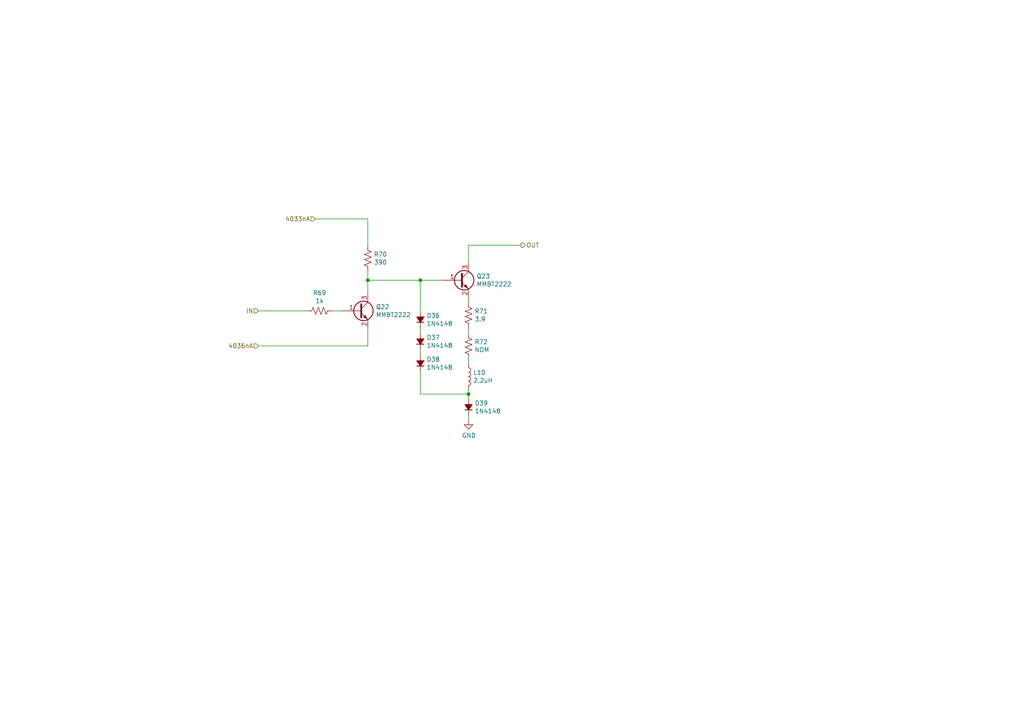
<source format=kicad_sch>
(kicad_sch (version 20211123) (generator eeschema)
  (paper "A4")
  (lib_symbols
    (symbol "Device:D_Small_Filled" (pin_numbers hide) (pin_names (offset 0.254) hide)
      (property "Reference" "D" (at -1.27 2.032 0))
      (property "Value" "D_Small_Filled" (at -3.81 -2.032 0))
      (symbol "D_Small_Filled_0_1"
        (polyline (pts (xy -0.762 -1.016) (xy -0.762 1.016)) (stroke (width 0.254)))
        (polyline (pts (xy -0.762 0) (xy 0.762 0)))
        (polyline (pts (xy 0.762 -1.016) (xy -0.762 0) (xy 0.762 1.016) (xy 0.762 -1.016)) (stroke (width 0.254)) (fill (type outline)))
      )
      (symbol "D_Small_Filled_1_1"
        (pin passive line (at -2.54 0 0) (length 1.778) (name "K") (number "1"))
        (pin passive line (at 2.54 0 180) (length 1.778) (name "A") (number "2"))
      )
    )
    (symbol "Device:L" (pin_numbers hide) (pin_names (offset 1.016) hide)
      (property "Reference" "L" (at -1.27 0 90))
      (property "Value" "L" (at 1.905 0 90))
      (symbol "L_0_1"
        (arc (start 0 -2.54) (mid 0.635 -1.905) (end 0 -1.27))
        (arc (start 0 -1.27) (mid 0.635 -0.635) (end 0 0))
        (arc (start 0 0) (mid 0.635 0.635) (end 0 1.27))
        (arc (start 0 1.27) (mid 0.635 1.905) (end 0 2.54))
      )
      (symbol "L_1_1"
        (pin passive line (at 0 3.81 270) (length 1.27) (name "1") (number "1"))
        (pin passive line (at 0 -3.81 90) (length 1.27) (name "2") (number "2"))
      )
    )
    (symbol "Device:Q_NPN_BEC" (pin_names (offset 0) hide)
      (property "Reference" "Q" (at 5.08 1.27 0))
      (property "Value" "Q_NPN_BEC" (at 5.08 -1.27 0))
      (symbol "Q_NPN_BEC_0_1"
        (polyline (pts (xy 0.635 0.635) (xy 2.54 2.54)))
        (polyline (pts (xy 0.635 -0.635) (xy 2.54 -2.54) (xy 2.54 -2.54)))
        (polyline (pts (xy 0.635 1.905) (xy 0.635 -1.905) (xy 0.635 -1.905)) (stroke (width 0.508)))
        (polyline (pts (xy 1.27 -1.778) (xy 1.778 -1.27) (xy 2.286 -2.286) (xy 1.27 -1.778) (xy 1.27 -1.778)) (fill (type outline)))
        (circle (center 1.27 0) (radius 2.8194) (stroke (width 0.254)))
      )
      (symbol "Q_NPN_BEC_1_1"
        (pin input line (at -5.08 0 0) (length 5.715) (name "B") (number "1"))
        (pin passive line (at 2.54 -5.08 90) (length 2.54) (name "E") (number "2"))
        (pin passive line (at 2.54 5.08 270) (length 2.54) (name "C") (number "3"))
      )
    )
    (symbol "Device:R_US" (pin_numbers hide) (pin_names (offset 0))
      (property "Reference" "R" (at 2.54 0 90))
      (property "Value" "R_US" (at -2.54 0 90))
      (symbol "R_US_0_1"
        (polyline (pts (xy 0 -2.286) (xy 0 -2.54)))
        (polyline (pts (xy 0 2.286) (xy 0 2.54)))
        (polyline (pts (xy 0 -0.762) (xy 1.016 -1.143) (xy 0 -1.524) (xy -1.016 -1.905) (xy 0 -2.286)))
        (polyline (pts (xy 0 0.762) (xy 1.016 0.381) (xy 0 0) (xy -1.016 -0.381) (xy 0 -0.762)))
        (polyline (pts (xy 0 2.286) (xy 1.016 1.905) (xy 0 1.524) (xy -1.016 1.143) (xy 0 0.762)))
      )
      (symbol "R_US_1_1"
        (pin passive line (at 0 3.81 270) (length 1.27) (name "~") (number "1"))
        (pin passive line (at 0 -3.81 90) (length 1.27) (name "~") (number "2"))
      )
    )
    (symbol "power:GND" (power) (pin_names (offset 0))
      (property "Value" "GND" (at 0 -3.81 0))
      (symbol "GND_0_1"
        (polyline (pts (xy 0 0) (xy 0 -1.27) (xy 1.27 -1.27) (xy 0 -2.54) (xy -1.27 -1.27) (xy 0 -1.27)))
      )
      (symbol "GND_1_1"
        (pin power_in line (at 0 0 270) (length 0) hide (name "GND") (number "1"))
      )
    )
  )
  (junction (at 106.68 81.28))
  (junction (at 121.92 81.28))
  (junction (at 135.89 114.3))
  (wire (pts (xy 91.44 63.5) (xy 106.68 63.5)))
  (wire (pts (xy 106.68 81.28) (xy 106.68 85.09)))
  (wire (pts (xy 135.89 71.12) (xy 135.89 76.2)))
  (wire (pts (xy 106.68 100.33) (xy 74.93 100.33)))
  (wire (pts (xy 121.92 81.28) (xy 121.92 90.17)))
  (wire (pts (xy 135.89 96.52) (xy 135.89 95.25)))
  (wire (pts (xy 121.92 101.6) (xy 121.92 102.87)))
  (wire (pts (xy 121.92 81.28) (xy 128.27 81.28)))
  (wire (pts (xy 135.89 105.41) (xy 135.89 104.14)))
  (wire (pts (xy 121.92 114.3) (xy 135.89 114.3)))
  (wire (pts (xy 106.68 78.74) (xy 106.68 81.28)))
  (wire (pts (xy 135.89 120.65) (xy 135.89 121.92)))
  (wire (pts (xy 106.68 81.28) (xy 121.92 81.28)))
  (wire (pts (xy 151.13 71.12) (xy 135.89 71.12)))
  (wire (pts (xy 106.68 95.25) (xy 106.68 100.33)))
  (wire (pts (xy 96.52 90.17) (xy 99.06 90.17)))
  (wire (pts (xy 135.89 86.36) (xy 135.89 87.63)))
  (wire (pts (xy 121.92 107.95) (xy 121.92 114.3)))
  (wire (pts (xy 135.89 114.3) (xy 135.89 113.03)))
  (wire (pts (xy 121.92 95.25) (xy 121.92 96.52)))
  (wire (pts (xy 135.89 114.3) (xy 135.89 115.57)))
  (wire (pts (xy 106.68 63.5) (xy 106.68 71.12)))
  (wire (pts (xy 74.93 90.17) (xy 88.9 90.17)))
  (hierarchical_label "IN" (shape input) (at 74.93 90.17 180))
  (hierarchical_label "4036nA" (shape input) (at 74.93 100.33 180))
  (hierarchical_label "4033nA" (shape input) (at 91.44 63.5 180))
  (hierarchical_label "OUT" (shape output) (at 151.13 71.12 0))
  (symbol (lib_id "Device:R_US") (at 92.71 90.17 270)
    (property "Reference" "R69" (at 92.71 84.963 90))
    (property "Value" "1k" (at 92.71 87.2744 90))
    (property "Footprint" "Resistor_SMD:R_0603_1608Metric" (effects hide))
  )
  (symbol (lib_id "Device:Q_NPN_BEC") (at 104.14 90.17 0)
    (property "Reference" "Q22" (at 108.9914 89.0016 0) (effects (justify left)))
    (property "Value" "MMBT2222" (at 108.9914 91.313 0) (effects (justify left)))
    (property "Footprint" "Package_TO_SOT_SMD:SOT-23" (effects hide))
    (property "Digikey" "https://www.digikey.com/en/products/detail/MMBT2222A-G/641-1942-1-ND/9477875" (effects hide))
    (property "Part Number" "MMBT2222A-G" (effects hide))
  )
  (symbol (lib_id "Device:D_Small_Filled") (at 121.92 105.41 90)
    (property "Reference" "D38" (at 123.698 104.2416 90) (effects (justify right)))
    (property "Value" "1N4148" (at 123.698 106.553 90) (effects (justify right)))
    (property "Footprint" "Diode_SMD:D_SOD-323" (effects hide))
    (property "Part Number" "1N4148WSTR" (effects hide))
    (property "Digikey" "https://www.digikey.com/en/products/detail/smc-diode-solutions/1N4148WSTR/6022449" (effects hide))
  )
  (symbol (lib_id "Device:D_Small_Filled") (at 121.92 99.06 90)
    (property "Reference" "D37" (at 123.698 97.8916 90) (effects (justify right)))
    (property "Value" "1N4148" (at 123.698 100.203 90) (effects (justify right)))
    (property "Footprint" "Diode_SMD:D_SOD-323" (effects hide))
    (property "Part Number" "1N4148WSTR" (effects hide))
    (property "Digikey" "https://www.digikey.com/en/products/detail/smc-diode-solutions/1N4148WSTR/6022449" (effects hide))
  )
  (symbol (lib_id "Device:D_Small_Filled") (at 121.92 92.71 90)
    (property "Reference" "D36" (at 123.698 91.5416 90) (effects (justify right)))
    (property "Value" "1N4148" (at 123.698 93.853 90) (effects (justify right)))
    (property "Footprint" "Diode_SMD:D_SOD-323" (effects hide))
    (property "Part Number" "1N4148WSTR" (effects hide))
    (property "Digikey" "https://www.digikey.com/en/products/detail/smc-diode-solutions/1N4148WSTR/6022449" (effects hide))
  )
  (symbol (lib_id "power:GND") (at 135.89 121.92 0)
    (property "Reference" "#PWR054" (effects hide))
    (property "Value" "GND" (at 136.017 126.3142 0))
  )
  (symbol (lib_id "Device:Q_NPN_BEC") (at 133.35 81.28 0)
    (property "Reference" "Q23" (at 138.2014 80.1116 0) (effects (justify left)))
    (property "Value" "MMBT2222" (at 138.2014 82.423 0) (effects (justify left)))
    (property "Footprint" "Package_TO_SOT_SMD:SOT-23" (effects hide))
    (property "Digikey" "https://www.digikey.com/en/products/detail/MMBT2222A-G/641-1942-1-ND/9477875" (effects hide))
    (property "Part Number" "MMBT2222A-G" (effects hide))
  )
  (symbol (lib_id "Device:R_US") (at 135.89 91.44 0)
    (property "Reference" "R71" (at 137.6172 90.2716 0) (effects (justify left)))
    (property "Value" "3.9" (at 137.6172 92.583 0) (effects (justify left)))
    (property "Footprint" "Resistor_SMD:R_0603_1608Metric" (effects hide))
  )
  (symbol (lib_id "Device:L") (at 135.89 109.22 0)
    (property "Reference" "L10" (at 137.2362 108.0516 0) (effects (justify left)))
    (property "Value" "2.2uH" (at 137.2362 110.363 0) (effects (justify left)))
    (property "Footprint" "Inductor_SMD:L_1812_4532Metric" (effects hide))
    (property "DCR" "0.7" (effects hide))
    (property "Digikey" "https://www.digikey.com/en/products/detail/api-delevan-inc/1812R-222J/1115305" (effects hide))
    (property "Part Number" "1812R-222J" (effects hide))
    (property "Rating" "535mA" (effects hide))
    (property "Tolerance" "5%" (effects hide))
  )
  (symbol (lib_id "Device:R_US") (at 106.68 74.93 0)
    (property "Reference" "R70" (at 108.4072 73.7616 0) (effects (justify left)))
    (property "Value" "390" (at 108.4072 76.073 0) (effects (justify left)))
    (property "Footprint" "Resistor_SMD:R_0603_1608Metric" (effects hide))
  )
  (symbol (lib_id "Device:D_Small_Filled") (at 135.89 118.11 90)
    (property "Reference" "D39" (at 137.668 116.9416 90) (effects (justify right)))
    (property "Value" "1N4148" (at 137.668 119.253 90) (effects (justify right)))
    (property "Footprint" "Diode_SMD:D_SOD-323" (effects hide))
    (property "Part Number" "1N4148WSTR" (effects hide))
    (property "Digikey" "https://www.digikey.com/en/products/detail/smc-diode-solutions/1N4148WSTR/6022449" (effects hide))
  )
  (symbol (lib_id "Device:R_US") (at 135.89 100.33 0)
    (property "Reference" "R72" (at 137.6172 99.1616 0) (effects (justify left)))
    (property "Value" "NOM" (at 137.6172 101.473 0) (effects (justify left)))
    (property "Footprint" "Resistor_SMD:R_0603_1608Metric" (effects hide))
  )
)
</source>
